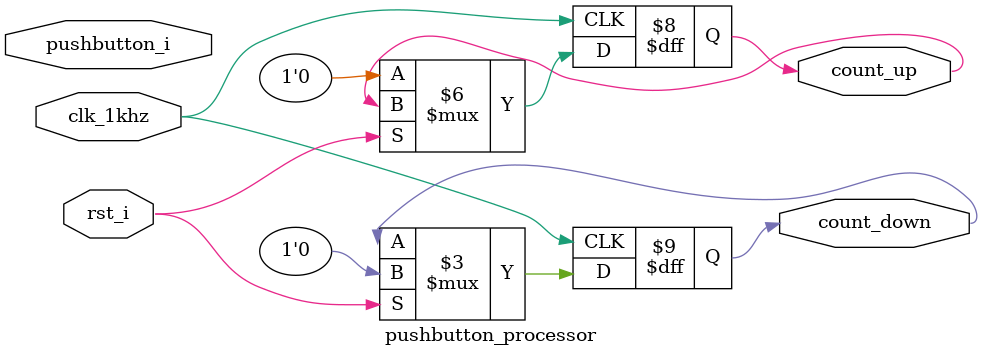
<source format=v>
`default_nettype none
`ifndef __PUSHBUTTON_PROCESSOR__
`define __PUSHBUTTON_PROCESSOR__

module pushbutton_processor (
    input wire clk_1khz,       // 1 kHz Clock
    input wire rst_i,          // Reset signal (active high)
    input wire pushbutton_i,   // Raw pushbutton signal
    output reg count_up,       // Short press -> high pulse
    output reg count_down      // Long press (>2s) -> high pulse
);

always @(posedge clk_1khz) begin // NUR FÜR TESTZWECKE UM RESTLICHEN CODE ZU ÜBERBRÜCKEN
    if (rst_i) begin
        count_down <= 1'b0;
    end else begin
        count_up <= 1'b0;
    end
end

/*
// Timing parameters for 1kHz clock
parameter DEBOUNCE_TIME = 20;     // 20ms debounce time (20 ticks at 1kHz)
parameter LONG_PRESS_TIME = 1500; // 1.5s long press detection (1500 ticks at 1kHz)
parameter PULSE_WIDTH = 10;        // 1ms output pulse width (1 tick at 1kHz)

// State machine definitions
reg [1:0] state;
localparam IDLE       = 2'b00;
localparam DEBOUNCING = 2'b01;
localparam PRESSED    = 2'b10;
localparam LONG_PRESS = 2'b11;

// Counters and control signals
reg [10:0] counter;          // 11-bit counter for timing (max 2048 ticks)
reg button_sync;             // Synchronized button signal
reg pulse_counter_en;        // Pulse counter enable
reg [3:0] pulse_counter;           // Pulse width counter

// Button synchronization for metastability protection
always @(posedge clk_1khz) begin
    if (rst_i) begin
        button_sync <= 1'b0;
    end else begin
        button_sync <= pushbutton_i;
    end
end

// Pulse counter for output signals - CORRECTED
always @(posedge clk_1khz) begin
    if (rst_i) begin
        pulse_counter_en <= 1'b0;
        pulse_counter <= 0;
        count_up <= 1'b0;
        count_down <= 1'b0;
    end else if (pulse_counter_en) begin
        if (pulse_counter < PULSE_WIDTH) begin
            pulse_counter <= pulse_counter + 1;
        end else begin
            // Pulse duration completed, disable outputs
            pulse_counter_en <= 1'b0;
            pulse_counter <= 0;
            count_up <= 1'b0;
            count_down <= 1'b0;
        end
    end
    // NO else here - outputs remain unchanged when no pulse is active!
end

// Main state machine - CORRECTED
always @(posedge clk_1khz) begin
    if (rst_i) begin
        state <= IDLE;
        counter <= 0;
        // count_up and count_down are reset in pulse counter
    end else begin
        case (state)
            IDLE: begin
                counter <= 0;
                count_up <= 1'b0;
                count_down <= 1'b0;
                if (button_sync) begin
                    // Button pressed, start debouncing
                    state <= DEBOUNCING;
                    counter <= 0;
                end
            end
            
            DEBOUNCING: begin
                count_up <= 1'b0;
                count_down <= 1'b0;
                if (button_sync) begin
                    if (counter >= DEBOUNCE_TIME) begin
                        // Debouncing complete, button is stable
                        state <= PRESSED;
                        counter <= 0;
                    end else begin
                        counter <= counter + 1;
                    end
                end else begin
                    // Button released during debouncing, return to idle
                    state <= IDLE;
                end
            end
            
            PRESSED: begin
                count_up <= 1'b0;
                count_down <= 1'b0;
                if (button_sync) begin
                    if (counter >= LONG_PRESS_TIME) begin
                        // Long press detected (>1.5s)
                        state <= LONG_PRESS;
                        // Generate count_down pulse
                        count_down <= 1'b1;
                        pulse_counter_en <= 1'b1;
                        pulse_counter <= 0;
                    end else begin
                        counter <= counter + 1;
                    end
                end else begin
                    // Short press detected, generate count_up pulse
                    state <= IDLE;
                    count_up <= 1'b1;
                    pulse_counter_en <= 1'b1;
                    pulse_counter <= 0;
                    counter <= 0;
                end
            end
            
            LONG_PRESS: begin
                count_up <= 1'b0;
                count_down <= 1'b0;
                // Wait for button release
                if (!button_sync) begin
                    state <= IDLE;
                    counter <= 0;
                end
            end
            
            default: begin
                state <= IDLE;
                counter <= 0;
                count_up <= 1'b0;
                count_down <= 1'b0;
            end
        endcase
    end
end
*/

endmodule
`endif

</source>
